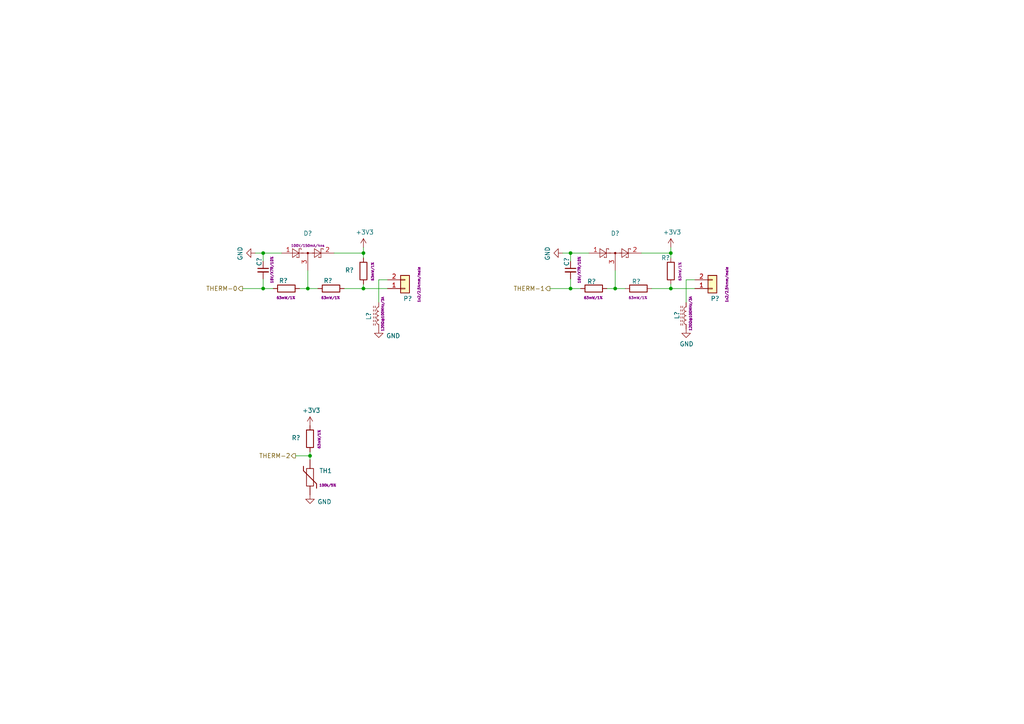
<source format=kicad_sch>
(kicad_sch (version 20211123) (generator eeschema)
  (paper "A4")
  (title_block (title "Buddy") (date "2019-10-24") (rev "v1.0.0") (company "PRUSA Research s.r.o.") (comment 1 "http://creativecommons.org/licenses/by-sa/4.0/") (comment 2 "Licensed under the Attribution-ShareAlike 4.0 International (CC BY-SA 4.0)"))
  (lib_symbols
    (symbol "BUDDY_v1.0.0-rescue:+3.3V-power" (power) (pin_names (offset 0))
      (property "Value" "+3.3V-power" (at 0 3.556 0))
      (symbol "+3.3V-power_0_1"
        (polyline (pts (xy -0.762 1.27) (xy 0 2.54)))
        (polyline (pts (xy 0 0) (xy 0 2.54)))
        (polyline (pts (xy 0 2.54) (xy 0.762 1.27)))
      )
      (symbol "+3.3V-power_1_1"
        (pin power_in line (at 0 0 90) (length 0) hide (name "+3V3") (number "1"))
      )
    )
    (symbol "BUDDY_v1.0.0-rescue:L_Core_Ferrite-Device" (pin_numbers hide) (pin_names (offset 1.016) hide)
      (property "Reference" "L" (at -1.27 0 90))
      (property "Value" "L_Core_Ferrite-Device" (at 2.794 0 90))
      (symbol "L_Core_Ferrite-Device_0_1"
        (arc (start 0 -2.54) (mid 0.635 -1.905) (end 0 -1.27))
        (arc (start 0 -1.27) (mid 0.635 -0.635) (end 0 0))
        (polyline (pts (xy 1.016 -2.794) (xy 1.016 -2.286)))
        (polyline (pts (xy 1.016 -1.778) (xy 1.016 -1.27)))
        (polyline (pts (xy 1.016 -0.762) (xy 1.016 -0.254)))
        (polyline (pts (xy 1.016 0.254) (xy 1.016 0.762)))
        (polyline (pts (xy 1.016 1.27) (xy 1.016 1.778)))
        (polyline (pts (xy 1.016 2.286) (xy 1.016 2.794)))
        (polyline (pts (xy 1.524 -2.286) (xy 1.524 -2.794)))
        (polyline (pts (xy 1.524 -1.27) (xy 1.524 -1.778)))
        (polyline (pts (xy 1.524 -0.254) (xy 1.524 -0.762)))
        (polyline (pts (xy 1.524 0.762) (xy 1.524 0.254)))
        (polyline (pts (xy 1.524 1.778) (xy 1.524 1.27)))
        (polyline (pts (xy 1.524 2.794) (xy 1.524 2.286)))
        (arc (start 0 0) (mid 0.635 0.635) (end 0 1.27))
        (arc (start 0 1.27) (mid 0.635 1.905) (end 0 2.54))
      )
      (symbol "L_Core_Ferrite-Device_1_1"
        (pin passive line (at 0 3.81 270) (length 1.27) (name "1") (number "1"))
        (pin passive line (at 0 -3.81 90) (length 1.27) (name "2") (number "2"))
      )
    )
    (symbol "Connector_Generic:Conn_01x02" (pin_names (offset 1.016) hide)
      (property "Reference" "J" (at 0 2.54 0))
      (property "Value" "Conn_01x02" (at 0 -5.08 0))
      (symbol "Conn_01x02_1_1"
        (rectangle (start -1.27 -2.413) (end 0 -2.667) (stroke (width 0.1524)))
        (rectangle (start -1.27 0.127) (end 0 -0.127) (stroke (width 0.1524)))
        (rectangle (start -1.27 1.27) (end 1.27 -3.81) (stroke (width 0.254)) (fill (type background)))
        (pin passive line (at -5.08 0 0) (length 3.81) (name "Pin_1") (number "1"))
        (pin passive line (at -5.08 -2.54 0) (length 3.81) (name "Pin_2") (number "2"))
      )
    )
    (symbol "Device:C_Small" (pin_numbers hide) (pin_names (offset 0.254) hide)
      (property "Reference" "C" (at 0.254 1.778 0))
      (property "Value" "C_Small" (at 0.254 -2.032 0))
      (symbol "C_Small_0_1"
        (polyline (pts (xy -1.524 -0.508) (xy 1.524 -0.508)) (stroke (width 0.3302)))
        (polyline (pts (xy -1.524 0.508) (xy 1.524 0.508)) (stroke (width 0.3048)))
      )
      (symbol "C_Small_1_1"
        (pin passive line (at 0 2.54 270) (length 2.032) (name "~") (number "1"))
        (pin passive line (at 0 -2.54 90) (length 2.032) (name "~") (number "2"))
      )
    )
    (symbol "Device:R" (pin_numbers hide) (pin_names (offset 0))
      (property "Reference" "R" (at 2.032 0 90))
      (property "Value" "R" (at 0 0 90))
      (symbol "R_0_1"
        (rectangle (start -1.016 -2.54) (end 1.016 2.54) (stroke (width 0.254)))
      )
      (symbol "R_1_1"
        (pin passive line (at 0 3.81 270) (length 1.27) (name "~") (number "1"))
        (pin passive line (at 0 -3.81 90) (length 1.27) (name "~") (number "2"))
      )
    )
    (symbol "Device:Thermistor" (pin_numbers hide) (pin_names (offset 0))
      (property "Reference" "TH" (at 2.54 1.27 90))
      (property "Value" "Thermistor" (at -2.54 0 90))
      (symbol "Thermistor_0_1"
        (rectangle (start -1.016 2.54) (end 1.016 -2.54) (stroke (width 0.2032)))
        (polyline (pts (xy -1.905 3.175) (xy -1.905 1.905) (xy 1.905 -1.905) (xy 1.905 -3.175) (xy 1.905 -3.175)) (stroke (width 0.254)))
      )
      (symbol "Thermistor_1_1"
        (pin passive line (at 0 5.08 270) (length 2.54) (name "~") (number "1"))
        (pin passive line (at 0 -5.08 90) (length 2.54) (name "~") (number "2"))
      )
    )
    (symbol "Diode:BAS40-04" (pin_names (offset 1.016))
      (property "Reference" "D" (at 0.635 -1.27 0))
      (property "Value" "BAS40-04" (at -6.35 5.715 0))
      (symbol "BAS40-04_0_1"
        (polyline (pts (xy -3.81 2.54) (xy -1.27 2.54)))
        (polyline (pts (xy -3.175 1.27) (xy -3.175 1.524)))
        (polyline (pts (xy -2.54 1.27) (xy -3.175 1.27)))
        (polyline (pts (xy -2.54 1.27) (xy -2.54 3.81)))
        (polyline (pts (xy -2.54 3.81) (xy -1.905 3.81)))
        (polyline (pts (xy -1.905 2.54) (xy 1.905 2.54)))
        (polyline (pts (xy -1.905 3.81) (xy -1.905 3.556)))
        (polyline (pts (xy 1.27 2.54) (xy 3.81 2.54)))
        (polyline (pts (xy 3.175 1.27) (xy 3.175 1.524)))
        (polyline (pts (xy 3.81 1.27) (xy 3.175 1.27)))
        (polyline (pts (xy 3.81 1.27) (xy 3.81 3.81)))
        (polyline (pts (xy 3.81 3.81) (xy 4.445 3.81)))
        (polyline (pts (xy 4.445 3.81) (xy 4.445 3.556)))
        (polyline (pts (xy -4.445 3.81) (xy -4.445 1.27) (xy -2.54 2.54) (xy -4.445 3.81)))
        (polyline (pts (xy 1.905 3.81) (xy 1.905 1.27) (xy 3.81 2.54) (xy 1.905 3.81)))
        (circle (center 0 2.54) (radius 0.254) (fill (type outline)))
      )
      (symbol "BAS40-04_1_1"
        (pin passive line (at -7.62 2.54 0) (length 3.81) (name "~") (number "1"))
        (pin passive line (at 7.62 2.54 180) (length 3.81) (name "~") (number "2"))
        (pin passive line (at 0 -2.54 90) (length 5.08) (name "~") (number "3"))
      )
    )
    (symbol "power:GND" (power) (pin_names (offset 0))
      (property "Value" "GND" (at 0 -3.81 0))
      (symbol "GND_0_1"
        (polyline (pts (xy 0 0) (xy 0 -1.27) (xy 1.27 -1.27) (xy 0 -2.54) (xy -1.27 -1.27) (xy 0 -1.27)))
      )
      (symbol "GND_1_1"
        (pin power_in line (at 0 0 270) (length 0) hide (name "GND") (number "1"))
      )
    )
  )
  (junction (at 76.327 83.693))
  (junction (at 105.41 83.693))
  (junction (at 194.564 83.693))
  (junction (at 76.327 73.406))
  (junction (at 165.481 83.693))
  (junction (at 105.41 73.406))
  (junction (at 165.481 73.406))
  (junction (at 89.281 83.693))
  (junction (at 89.916 132.207))
  (junction (at 194.564 73.406))
  (junction (at 178.435 83.693))
  (wire (pts (xy 89.916 133.35) (xy 89.916 132.207)))
  (wire (pts (xy 89.916 132.207) (xy 89.916 131.064)))
  (wire (pts (xy 89.281 83.693) (xy 86.868 83.693)))
  (wire (pts (xy 76.327 83.693) (xy 79.248 83.693)))
  (wire (pts (xy 199.009 81.153) (xy 199.009 87.757)))
  (wire (pts (xy 76.327 80.899) (xy 76.327 83.693)))
  (wire (pts (xy 199.009 81.153) (xy 201.549 81.153)))
  (wire (pts (xy 194.564 82.423) (xy 194.564 83.693)))
  (wire (pts (xy 188.976 83.693) (xy 194.564 83.693)))
  (wire (pts (xy 105.41 82.423) (xy 105.41 83.693)))
  (wire (pts (xy 76.327 73.406) (xy 81.661 73.406)))
  (wire (pts (xy 178.435 78.486) (xy 178.435 83.693)))
  (wire (pts (xy 178.435 83.693) (xy 176.022 83.693)))
  (wire (pts (xy 109.855 81.153) (xy 109.855 87.757)))
  (wire (pts (xy 105.41 73.406) (xy 105.41 71.755)))
  (wire (pts (xy 165.481 75.819) (xy 165.481 73.406)))
  (wire (pts (xy 89.916 132.207) (xy 85.725 132.207)))
  (wire (pts (xy 109.855 81.153) (xy 112.395 81.153)))
  (wire (pts (xy 194.564 74.803) (xy 194.564 73.406)))
  (wire (pts (xy 89.281 78.486) (xy 89.281 83.693)))
  (wire (pts (xy 165.481 83.693) (xy 159.512 83.693)))
  (wire (pts (xy 76.327 75.819) (xy 76.327 73.406)))
  (wire (pts (xy 194.564 73.406) (xy 186.055 73.406)))
  (wire (pts (xy 181.356 83.693) (xy 178.435 83.693)))
  (wire (pts (xy 105.41 74.803) (xy 105.41 73.406)))
  (wire (pts (xy 194.564 73.406) (xy 194.564 71.755)))
  (wire (pts (xy 165.481 83.693) (xy 168.402 83.693)))
  (wire (pts (xy 76.327 73.406) (xy 74.041 73.406)))
  (wire (pts (xy 165.481 73.406) (xy 163.195 73.406)))
  (wire (pts (xy 165.481 80.899) (xy 165.481 83.693)))
  (wire (pts (xy 92.202 83.693) (xy 89.281 83.693)))
  (wire (pts (xy 165.481 73.406) (xy 170.815 73.406)))
  (wire (pts (xy 105.41 83.693) (xy 112.395 83.693)))
  (wire (pts (xy 99.822 83.693) (xy 105.41 83.693)))
  (wire (pts (xy 76.327 83.693) (xy 70.358 83.693)))
  (wire (pts (xy 194.564 83.693) (xy 201.549 83.693)))
  (wire (pts (xy 105.41 73.406) (xy 96.901 73.406)))
  (hierarchical_label "THERM-1" (shape output) (at 159.512 83.693 180))
  (hierarchical_label "THERM-0" (shape output) (at 70.358 83.693 180))
  (hierarchical_label "THERM-2" (shape output) (at 85.725 132.207 180))
  (symbol (lib_id "Diode:BAS40-04") (at 89.281 75.946 0) (unit 1)
    (property "Reference" "D?" (at 89.281 67.691 0))
    (property "req" "100V/150mA/4ns" (at 89.281 71.247 0) (effects (font (size 0.7112 0.7112))))
  )
  (symbol (lib_id "Connector_Generic:Conn_01x02") (at 117.475 83.693 0) (mirror x) (unit 1)
    (property "Reference" "P?" (at 116.967 86.614 0) (effects (justify left)))
    (property "req" "1x2/2,54mm/male" (at 121.539 77.343 90) (effects (font (size 0.7112 0.7112)) (justify left)))
  )
  (symbol (lib_id "Device:R") (at 105.41 78.613 0) (unit 1)
    (property "Reference" "R?" (at 100.076 78.359 0) (effects (justify left)))
    (property "req" "63mW/1%" (at 108.077 78.74 90) (effects (font (size 0.7112 0.7112))))
  )
  (symbol (lib_id "Device:R") (at 83.058 83.693 270) (unit 1)
    (property "Reference" "R?" (at 80.899 81.407 90) (effects (justify left)))
    (property "req" "63mW/1%" (at 82.931 86.36 90) (effects (font (size 0.7112 0.7112))))
  )
  (symbol (lib_id "Device:R") (at 96.012 83.693 270) (unit 1)
    (property "Reference" "R?" (at 93.853 81.407 90) (effects (justify left)))
    (property "req" "63mW/1%" (at 95.885 86.36 90) (effects (font (size 0.7112 0.7112))))
  )
  (symbol (lib_id "power:GND") (at 74.041 73.406 270) (unit 1)
    (property "Reference" "#PWR?" (effects hide))
  )
  (symbol (lib_id "BUDDY_v1.0.0-rescue:L_Core_Ferrite-Device") (at 109.855 91.567 180) (unit 1)
    (property "Reference" "L?" (at 106.934 91.694 90))
    (property "req" "120Ω@100MHz/3A" (at 110.998 91.059 90) (effects (font (size 0.7112 0.7112))))
  )
  (symbol (lib_id "power:GND") (at 109.855 95.377 0) (unit 1)
    (property "Reference" "#PWR?" (effects hide))
  )
  (symbol (lib_id "BUDDY_v1.0.0-rescue:+3.3V-power") (at 105.41 71.755 0) (unit 1)
    (property "Reference" "#PWR?" (effects hide))
  )
  (symbol (lib_id "Diode:BAS40-04") (at 178.435 75.946 0) (unit 1)
    (property "Reference" "D?" (at 178.435 67.691 0))
    (property "req" "100V/150mA/4ns" (effects hide))
  )
  (symbol (lib_id "Device:R") (at 194.564 78.613 0) (unit 1)
    (property "Reference" "R?" (at 191.77 74.803 0) (effects (justify left)))
    (property "req" "63mW/1%" (at 197.231 78.74 90) (effects (font (size 0.7112 0.7112))))
  )
  (symbol (lib_id "Device:R") (at 172.212 83.693 270) (unit 1)
    (property "Reference" "R?" (at 170.307 81.661 90) (effects (justify left)))
    (property "req" "63mW/1%" (at 172.085 86.36 90) (effects (font (size 0.7112 0.7112))))
  )
  (symbol (lib_id "Device:R") (at 185.166 83.693 270) (unit 1)
    (property "Reference" "R?" (at 183.261 81.661 90) (effects (justify left)))
    (property "req" "63mW/1%" (at 185.039 86.36 90) (effects (font (size 0.7112 0.7112))))
  )
  (symbol (lib_id "power:GND") (at 163.195 73.406 270) (unit 1)
    (property "Reference" "#PWR?" (effects hide))
  )
  (symbol (lib_id "BUDDY_v1.0.0-rescue:L_Core_Ferrite-Device") (at 199.009 91.567 180) (unit 1)
    (property "Reference" "L?" (at 196.342 91.44 90))
    (property "req" "120Ω@100MHz/3A" (at 200.279 90.932 90) (effects (font (size 0.7112 0.7112))))
  )
  (symbol (lib_id "power:GND") (at 199.009 95.377 0) (unit 1)
    (property "Reference" "#PWR?" (effects hide))
  )
  (symbol (lib_id "BUDDY_v1.0.0-rescue:+3.3V-power") (at 194.564 71.755 0) (unit 1)
    (property "Reference" "#PWR?" (effects hide))
  )
  (symbol (lib_id "Connector_Generic:Conn_01x02") (at 206.629 83.693 0) (mirror x) (unit 1)
    (property "Reference" "P?" (at 206.121 86.614 0) (effects (justify left)))
    (property "req" "1x2/2,54mm/male" (at 210.82 77.343 90) (effects (font (size 0.7112 0.7112)) (justify left)))
  )
  (symbol (lib_id "Device:Thermistor") (at 89.916 138.43 0) (unit 1)
    (property "Reference" "TH1" (at 92.583 136.5504 0) (effects (justify left)))
    (property "req" "100k/5%" (at 92.583 140.7414 0) (effects (font (size 0.7112 0.7112)) (justify left)))
  )
  (symbol (lib_id "Device:R") (at 89.916 127.254 0) (unit 1)
    (property "Reference" "R?" (at 84.582 127 0) (effects (justify left)))
    (property "req" "63mW/1%" (at 92.583 127.381 90) (effects (font (size 0.7112 0.7112))))
  )
  (symbol (lib_id "power:GND") (at 89.916 143.51 0) (unit 1)
    (property "Reference" "#PWR?" (effects hide))
  )
  (symbol (lib_id "BUDDY_v1.0.0-rescue:+3.3V-power") (at 89.916 123.444 0) (unit 1)
    (property "Reference" "#PWR?" (effects hide))
  )
  (symbol (lib_id "Device:C_Small") (at 76.327 78.359 0) (unit 1)
    (property "Reference" "C?" (at 75.184 77.216 90) (effects (justify left)))
    (property "req" "16V/X7R/10%" (at 78.867 82.169 90) (effects (font (size 0.7112 0.7112)) (justify left)))
  )
  (symbol (lib_id "Device:C_Small") (at 165.481 78.359 0) (unit 1)
    (property "Reference" "C?" (at 164.338 77.216 90) (effects (justify left)))
    (property "req" "16V/X7R/10%" (at 168.021 82.169 90) (effects (font (size 0.7112 0.7112)) (justify left)))
  )
)
</source>
